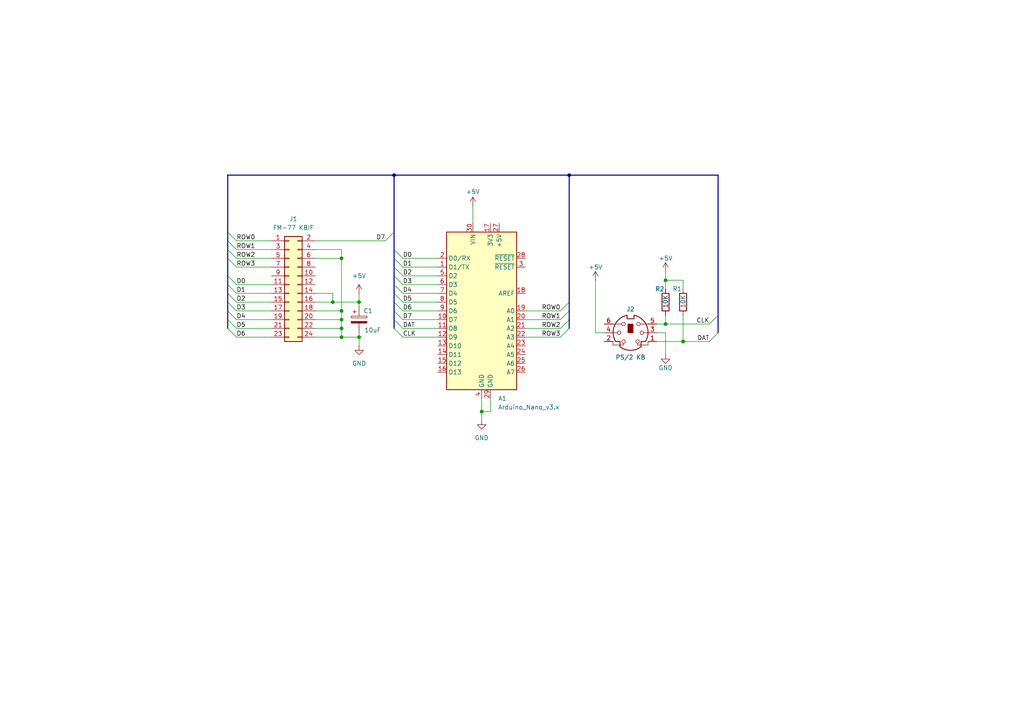
<source format=kicad_sch>
(kicad_sch (version 20231120) (generator "eeschema") (generator_version "8.0")
  (paper "A4")
  (lib_symbols
    (symbol "Connector:Mini-DIN-6" (pin_names (offset 1.016))
      (property "Reference" "J" (at 0 6.35 0))
      (property "Value" "Mini-DIN-6" (at 0 -6.35 0))
      (symbol "Mini-DIN-6_0_1"
        (circle (center -3.302 0) (radius 0.508))
        (arc (start -3.048 -4.064) (mid 0 -5.08) (end 3.048 -4.064) (stroke (width 0.254)))
        (circle (center -2.032 -2.54) (radius 0.508))
        (circle (center -2.032 2.54) (radius 0.508))
        (arc (start -1.016 5.08) (mid -4.6228 2.1214) (end -4.318 -2.54) (stroke (width 0.254)))
        (rectangle (start -0.762 2.54) (end 0.762 0) (fill (type outline)))
        (polyline (pts (xy -3.81 0) (xy -5.08 0)))
        (polyline (pts (xy -2.54 2.54) (xy -5.08 2.54)))
        (polyline (pts (xy 2.794 2.54) (xy 5.08 2.54)))
        (polyline (pts (xy 5.08 0) (xy 3.81 0)))
        (polyline (pts (xy -4.318 -2.54) (xy -3.048 -2.54) (xy -3.048 -4.064)) (stroke (width 0.254)))
        (polyline (pts (xy 4.318 -2.54) (xy 3.048 -2.54) (xy 3.048 -4.064)) (stroke (width 0.254)))
        (polyline (pts (xy -2.032 -3.048) (xy -2.032 -3.556) (xy -5.08 -3.556) (xy -5.08 -2.54)))
        (polyline (pts (xy -1.016 5.08) (xy -1.016 4.064) (xy 1.016 4.064) (xy 1.016 5.08)) (stroke (width 0.254)))
        (polyline (pts (xy 2.032 -3.048) (xy 2.032 -3.556) (xy 5.08 -3.556) (xy 5.08 -2.54)))
        (circle (center 2.032 -2.54) (radius 0.508))
        (circle (center 2.286 2.54) (radius 0.508))
        (circle (center 3.302 0) (radius 0.508))
        (arc (start 4.318 -2.54) (mid 4.6661 2.1322) (end 1.016 5.08) (stroke (width 0.254)))
      )
      (symbol "Mini-DIN-6_1_1"
        (pin passive line (at 7.62 -2.54 180) (length 2.54) (name "~") (number "1"))
        (pin passive line (at -7.62 -2.54 0) (length 2.54) (name "~") (number "2"))
        (pin passive line (at 7.62 0 180) (length 2.54) (name "~") (number "3"))
        (pin passive line (at -7.62 0 0) (length 2.54) (name "~") (number "4"))
        (pin passive line (at 7.62 2.54 180) (length 2.54) (name "~") (number "5"))
        (pin passive line (at -7.62 2.54 0) (length 2.54) (name "~") (number "6"))
      )
    )
    (symbol "Connector_Generic:Conn_02x12_Odd_Even" (pin_names (offset 1.016) hide)
      (property "Reference" "J" (at 1.27 15.24 0))
      (property "Value" "Conn_02x12_Odd_Even" (at 1.27 -17.78 0))
      (symbol "Conn_02x12_Odd_Even_1_1"
        (rectangle (start -1.27 -15.113) (end 0 -15.367) (stroke (width 0.1524)))
        (rectangle (start -1.27 -12.573) (end 0 -12.827) (stroke (width 0.1524)))
        (rectangle (start -1.27 -10.033) (end 0 -10.287) (stroke (width 0.1524)))
        (rectangle (start -1.27 -7.493) (end 0 -7.747) (stroke (width 0.1524)))
        (rectangle (start -1.27 -4.953) (end 0 -5.207) (stroke (width 0.1524)))
        (rectangle (start -1.27 -2.413) (end 0 -2.667) (stroke (width 0.1524)))
        (rectangle (start -1.27 0.127) (end 0 -0.127) (stroke (width 0.1524)))
        (rectangle (start -1.27 2.667) (end 0 2.413) (stroke (width 0.1524)))
        (rectangle (start -1.27 5.207) (end 0 4.953) (stroke (width 0.1524)))
        (rectangle (start -1.27 7.747) (end 0 7.493) (stroke (width 0.1524)))
        (rectangle (start -1.27 10.287) (end 0 10.033) (stroke (width 0.1524)))
        (rectangle (start -1.27 12.827) (end 0 12.573) (stroke (width 0.1524)))
        (rectangle (start -1.27 13.97) (end 3.81 -16.51) (stroke (width 0.254)) (fill (type background)))
        (rectangle (start 3.81 -15.113) (end 2.54 -15.367) (stroke (width 0.1524)))
        (rectangle (start 3.81 -12.573) (end 2.54 -12.827) (stroke (width 0.1524)))
        (rectangle (start 3.81 -10.033) (end 2.54 -10.287) (stroke (width 0.1524)))
        (rectangle (start 3.81 -7.493) (end 2.54 -7.747) (stroke (width 0.1524)))
        (rectangle (start 3.81 -4.953) (end 2.54 -5.207) (stroke (width 0.1524)))
        (rectangle (start 3.81 -2.413) (end 2.54 -2.667) (stroke (width 0.1524)))
        (rectangle (start 3.81 0.127) (end 2.54 -0.127) (stroke (width 0.1524)))
        (rectangle (start 3.81 2.667) (end 2.54 2.413) (stroke (width 0.1524)))
        (rectangle (start 3.81 5.207) (end 2.54 4.953) (stroke (width 0.1524)))
        (rectangle (start 3.81 7.747) (end 2.54 7.493) (stroke (width 0.1524)))
        (rectangle (start 3.81 10.287) (end 2.54 10.033) (stroke (width 0.1524)))
        (rectangle (start 3.81 12.827) (end 2.54 12.573) (stroke (width 0.1524)))
        (pin passive line (at -5.08 12.7 0) (length 3.81) (name "Pin_1") (number "1"))
        (pin passive line (at 7.62 2.54 180) (length 3.81) (name "Pin_10") (number "10"))
        (pin passive line (at -5.08 0 0) (length 3.81) (name "Pin_11") (number "11"))
        (pin passive line (at 7.62 0 180) (length 3.81) (name "Pin_12") (number "12"))
        (pin passive line (at -5.08 -2.54 0) (length 3.81) (name "Pin_13") (number "13"))
        (pin passive line (at 7.62 -2.54 180) (length 3.81) (name "Pin_14") (number "14"))
        (pin passive line (at -5.08 -5.08 0) (length 3.81) (name "Pin_15") (number "15"))
        (pin passive line (at 7.62 -5.08 180) (length 3.81) (name "Pin_16") (number "16"))
        (pin passive line (at -5.08 -7.62 0) (length 3.81) (name "Pin_17") (number "17"))
        (pin passive line (at 7.62 -7.62 180) (length 3.81) (name "Pin_18") (number "18"))
        (pin passive line (at -5.08 -10.16 0) (length 3.81) (name "Pin_19") (number "19"))
        (pin passive line (at 7.62 12.7 180) (length 3.81) (name "Pin_2") (number "2"))
        (pin passive line (at 7.62 -10.16 180) (length 3.81) (name "Pin_20") (number "20"))
        (pin passive line (at -5.08 -12.7 0) (length 3.81) (name "Pin_21") (number "21"))
        (pin passive line (at 7.62 -12.7 180) (length 3.81) (name "Pin_22") (number "22"))
        (pin passive line (at -5.08 -15.24 0) (length 3.81) (name "Pin_23") (number "23"))
        (pin passive line (at 7.62 -15.24 180) (length 3.81) (name "Pin_24") (number "24"))
        (pin passive line (at -5.08 10.16 0) (length 3.81) (name "Pin_3") (number "3"))
        (pin passive line (at 7.62 10.16 180) (length 3.81) (name "Pin_4") (number "4"))
        (pin passive line (at -5.08 7.62 0) (length 3.81) (name "Pin_5") (number "5"))
        (pin passive line (at 7.62 7.62 180) (length 3.81) (name "Pin_6") (number "6"))
        (pin passive line (at -5.08 5.08 0) (length 3.81) (name "Pin_7") (number "7"))
        (pin passive line (at 7.62 5.08 180) (length 3.81) (name "Pin_8") (number "8"))
        (pin passive line (at -5.08 2.54 0) (length 3.81) (name "Pin_9") (number "9"))
      )
    )
    (symbol "Device:C_Polarized" (pin_numbers hide) (pin_names (offset 0.254))
      (property "Reference" "C" (at 0.635 2.54 0))
      (property "Value" "C_Polarized" (at 0.635 -2.54 0))
      (symbol "C_Polarized_0_1"
        (rectangle (start -2.286 0.508) (end 2.286 1.016))
        (polyline (pts (xy -1.778 2.286) (xy -0.762 2.286)))
        (polyline (pts (xy -1.27 2.794) (xy -1.27 1.778)))
        (rectangle (start 2.286 -0.508) (end -2.286 -1.016) (fill (type outline)))
      )
      (symbol "C_Polarized_1_1"
        (pin passive line (at 0 3.81 270) (length 2.794) (name "~") (number "1"))
        (pin passive line (at 0 -3.81 90) (length 2.794) (name "~") (number "2"))
      )
    )
    (symbol "Device:R" (pin_numbers hide) (pin_names (offset 0))
      (property "Reference" "R" (at 2.032 0 90))
      (property "Value" "R" (at 0 0 90))
      (symbol "R_0_1"
        (rectangle (start -1.016 -2.54) (end 1.016 2.54) (stroke (width 0.254)))
      )
      (symbol "R_1_1"
        (pin passive line (at 0 3.81 270) (length 1.27) (name "~") (number "1"))
        (pin passive line (at 0 -3.81 90) (length 1.27) (name "~") (number "2"))
      )
    )
    (symbol "MCU_Module:Arduino_Nano_v3.x"
      (property "Reference" "A" (at -10.16 23.495 0))
      (property "Value" "Arduino_Nano_v3.x" (at 5.08 -24.13 0))
      (symbol "Arduino_Nano_v3.x_0_1"
        (rectangle (start -10.16 22.86) (end 10.16 -22.86) (stroke (width 0.254)) (fill (type background)))
      )
      (symbol "Arduino_Nano_v3.x_1_1"
        (pin bidirectional line (at -12.7 12.7 0) (length 2.54) (name "D1/TX") (number "1"))
        (pin bidirectional line (at -12.7 -2.54 0) (length 2.54) (name "D7") (number "10"))
        (pin bidirectional line (at -12.7 -5.08 0) (length 2.54) (name "D8") (number "11"))
        (pin bidirectional line (at -12.7 -7.62 0) (length 2.54) (name "D9") (number "12"))
        (pin bidirectional line (at -12.7 -10.16 0) (length 2.54) (name "D10") (number "13"))
        (pin bidirectional line (at -12.7 -12.7 0) (length 2.54) (name "D11") (number "14"))
        (pin bidirectional line (at -12.7 -15.24 0) (length 2.54) (name "D12") (number "15"))
        (pin bidirectional line (at -12.7 -17.78 0) (length 2.54) (name "D13") (number "16"))
        (pin power_out line (at 2.54 25.4 270) (length 2.54) (name "3V3") (number "17"))
        (pin input line (at 12.7 5.08 180) (length 2.54) (name "AREF") (number "18"))
        (pin bidirectional line (at 12.7 0 180) (length 2.54) (name "A0") (number "19"))
        (pin bidirectional line (at -12.7 15.24 0) (length 2.54) (name "D0/RX") (number "2"))
        (pin bidirectional line (at 12.7 -2.54 180) (length 2.54) (name "A1") (number "20"))
        (pin bidirectional line (at 12.7 -5.08 180) (length 2.54) (name "A2") (number "21"))
        (pin bidirectional line (at 12.7 -7.62 180) (length 2.54) (name "A3") (number "22"))
        (pin bidirectional line (at 12.7 -10.16 180) (length 2.54) (name "A4") (number "23"))
        (pin bidirectional line (at 12.7 -12.7 180) (length 2.54) (name "A5") (number "24"))
        (pin bidirectional line (at 12.7 -15.24 180) (length 2.54) (name "A6") (number "25"))
        (pin bidirectional line (at 12.7 -17.78 180) (length 2.54) (name "A7") (number "26"))
        (pin power_out line (at 5.08 25.4 270) (length 2.54) (name "+5V") (number "27"))
        (pin input line (at 12.7 15.24 180) (length 2.54) (name "~{RESET}") (number "28"))
        (pin power_in line (at 2.54 -25.4 90) (length 2.54) (name "GND") (number "29"))
        (pin input line (at 12.7 12.7 180) (length 2.54) (name "~{RESET}") (number "3"))
        (pin power_in line (at -2.54 25.4 270) (length 2.54) (name "VIN") (number "30"))
        (pin power_in line (at 0 -25.4 90) (length 2.54) (name "GND") (number "4"))
        (pin bidirectional line (at -12.7 10.16 0) (length 2.54) (name "D2") (number "5"))
        (pin bidirectional line (at -12.7 7.62 0) (length 2.54) (name "D3") (number "6"))
        (pin bidirectional line (at -12.7 5.08 0) (length 2.54) (name "D4") (number "7"))
        (pin bidirectional line (at -12.7 2.54 0) (length 2.54) (name "D5") (number "8"))
        (pin bidirectional line (at -12.7 0 0) (length 2.54) (name "D6") (number "9"))
      )
    )
    (symbol "power:+5V" (power) (pin_numbers hide) (pin_names (offset 0) hide)
      (property "Value" "+5V" (at 0 3.556 0))
      (symbol "+5V_0_1"
        (polyline (pts (xy -0.762 1.27) (xy 0 2.54)))
        (polyline (pts (xy 0 0) (xy 0 2.54)))
        (polyline (pts (xy 0 2.54) (xy 0.762 1.27)))
      )
      (symbol "+5V_1_1"
        (pin power_in line (at 0 0 90) (length 0) (name "~") (number "1"))
      )
    )
    (symbol "power:GND" (power) (pin_numbers hide) (pin_names (offset 0) hide)
      (property "Value" "GND" (at 0 -3.81 0))
      (symbol "GND_0_1"
        (polyline (pts (xy 0 0) (xy 0 -1.27) (xy 1.27 -1.27) (xy 0 -2.54) (xy -1.27 -1.27) (xy 0 -1.27)))
      )
      (symbol "GND_1_1"
        (pin power_in line (at 0 0 270) (length 0) (name "~") (number "1"))
      )
    )
  )
  (junction (at 104.14 87.63))
  (junction (at 99.06 90.17))
  (junction (at 99.06 95.25))
  (junction (at 99.06 92.71))
  (junction (at 96.52 87.63))
  (junction (at 193.04 93.98))
  (junction (at 99.06 74.93))
  (junction (at 198.12 99.06))
  (junction (at 193.04 81.28))
  (junction (at 104.14 97.79))
  (junction (at 139.7 119.38))
  (junction (at 99.06 97.79))
  (junction (at 165.1 50.8))
  (junction (at 114.3 50.8))
  (bus_entry (at 66.04 95.25) (size 2.54 2.54))
  (bus_entry (at 116.84 97.79) (size -2.54 -2.54))
  (bus_entry (at 165.1 87.63) (size -2.54 2.54))
  (bus_entry (at 165.1 95.25) (size -2.54 2.54))
  (bus_entry (at 116.84 74.93) (size -2.54 -2.54))
  (bus_entry (at 66.04 69.85) (size 2.54 2.54))
  (bus_entry (at 66.04 85.09) (size 2.54 2.54))
  (bus_entry (at 66.04 74.93) (size 2.54 2.54))
  (bus_entry (at 165.1 92.71) (size -2.54 2.54))
  (bus_entry (at 116.84 77.47) (size -2.54 -2.54))
  (bus_entry (at 111.76 69.85) (size 2.54 -2.54))
  (bus_entry (at 66.04 82.55) (size 2.54 2.54))
  (bus_entry (at 66.04 92.71) (size 2.54 2.54))
  (bus_entry (at 66.04 67.31) (size 2.54 2.54))
  (bus_entry (at 165.1 90.17) (size -2.54 2.54))
  (bus_entry (at 116.84 92.71) (size -2.54 -2.54))
  (bus_entry (at 205.74 99.06) (size 2.54 -2.54))
  (bus_entry (at 116.84 87.63) (size -2.54 -2.54))
  (bus_entry (at 116.84 95.25) (size -2.54 -2.54))
  (bus_entry (at 116.84 90.17) (size -2.54 -2.54))
  (bus_entry (at 116.84 82.55) (size -2.54 -2.54))
  (bus_entry (at 66.04 90.17) (size 2.54 2.54))
  (bus_entry (at 116.84 80.01) (size -2.54 -2.54))
  (bus_entry (at 116.84 85.09) (size -2.54 -2.54))
  (bus_entry (at 205.74 93.98) (size 2.54 -2.54))
  (bus_entry (at 66.04 80.01) (size 2.54 2.54))
  (bus_entry (at 66.04 87.63) (size 2.54 2.54))
  (bus_entry (at 66.04 72.39) (size 2.54 2.54))
  (wire (pts (xy 104.14 88.9) (xy 104.14 87.63)))
  (wire (pts (xy 116.84 95.25) (xy 127 95.25)))
  (wire (pts (xy 91.44 85.09) (xy 96.52 85.09)))
  (wire (pts (xy 193.04 93.98) (xy 205.74 93.98)))
  (wire (pts (xy 152.4 95.25) (xy 162.56 95.25)))
  (wire (pts (xy 99.06 74.93) (xy 99.06 90.17)))
  (bus (pts (xy 66.04 87.63) (xy 66.04 85.09)))
  (wire (pts (xy 193.04 91.44) (xy 193.04 93.98)))
  (wire (pts (xy 68.58 77.47) (xy 78.74 77.47)))
  (wire (pts (xy 142.24 119.38) (xy 139.7 119.38)))
  (wire (pts (xy 68.58 87.63) (xy 78.74 87.63)))
  (wire (pts (xy 172.72 96.52) (xy 175.26 96.52)))
  (wire (pts (xy 99.06 92.71) (xy 99.06 95.25)))
  (wire (pts (xy 91.44 95.25) (xy 99.06 95.25)))
  (wire (pts (xy 193.04 81.28) (xy 193.04 83.82)))
  (bus (pts (xy 114.3 72.39) (xy 114.3 74.93)))
  (wire (pts (xy 96.52 87.63) (xy 104.14 87.63)))
  (wire (pts (xy 99.06 95.25) (xy 99.06 97.79)))
  (bus (pts (xy 66.04 82.55) (xy 66.04 80.01)))
  (wire (pts (xy 198.12 91.44) (xy 198.12 99.06)))
  (bus (pts (xy 114.3 82.55) (xy 114.3 85.09)))
  (wire (pts (xy 193.04 78.74) (xy 193.04 81.28)))
  (bus (pts (xy 165.1 92.71) (xy 165.1 95.25)))
  (wire (pts (xy 91.44 72.39) (xy 99.06 72.39)))
  (wire (pts (xy 116.84 90.17) (xy 127 90.17)))
  (wire (pts (xy 116.84 97.79) (xy 127 97.79)))
  (wire (pts (xy 99.06 72.39) (xy 99.06 74.93)))
  (wire (pts (xy 116.84 92.71) (xy 127 92.71)))
  (wire (pts (xy 91.44 74.93) (xy 99.06 74.93)))
  (wire (pts (xy 68.58 95.25) (xy 78.74 95.25)))
  (wire (pts (xy 91.44 87.63) (xy 96.52 87.63)))
  (bus (pts (xy 114.3 80.01) (xy 114.3 82.55)))
  (wire (pts (xy 198.12 83.82) (xy 198.12 81.28)))
  (wire (pts (xy 139.7 115.57) (xy 139.7 119.38)))
  (wire (pts (xy 198.12 99.06) (xy 205.74 99.06)))
  (wire (pts (xy 152.4 97.79) (xy 162.56 97.79)))
  (wire (pts (xy 116.84 82.55) (xy 127 82.55)))
  (bus (pts (xy 66.04 74.93) (xy 66.04 72.39)))
  (bus (pts (xy 208.28 50.8) (xy 208.28 91.44)))
  (bus (pts (xy 114.3 50.8) (xy 114.3 67.31)))
  (wire (pts (xy 152.4 92.71) (xy 162.56 92.71)))
  (bus (pts (xy 114.3 50.8) (xy 165.1 50.8)))
  (wire (pts (xy 99.06 97.79) (xy 91.44 97.79)))
  (bus (pts (xy 114.3 87.63) (xy 114.3 90.17)))
  (bus (pts (xy 66.04 92.71) (xy 66.04 90.17)))
  (wire (pts (xy 116.84 87.63) (xy 127 87.63)))
  (wire (pts (xy 193.04 96.52) (xy 193.04 102.87)))
  (wire (pts (xy 172.72 81.28) (xy 172.72 96.52)))
  (bus (pts (xy 114.3 92.71) (xy 114.3 95.25)))
  (wire (pts (xy 91.44 69.85) (xy 111.76 69.85)))
  (wire (pts (xy 68.58 82.55) (xy 78.74 82.55)))
  (wire (pts (xy 104.14 96.52) (xy 104.14 97.79)))
  (bus (pts (xy 165.1 87.63) (xy 165.1 90.17)))
  (bus (pts (xy 165.1 50.8) (xy 208.28 50.8)))
  (wire (pts (xy 68.58 72.39) (xy 78.74 72.39)))
  (wire (pts (xy 193.04 93.98) (xy 190.5 93.98)))
  (wire (pts (xy 139.7 119.38) (xy 139.7 121.92)))
  (wire (pts (xy 116.84 77.47) (xy 127 77.47)))
  (bus (pts (xy 114.3 77.47) (xy 114.3 80.01)))
  (wire (pts (xy 104.14 85.09) (xy 104.14 87.63)))
  (wire (pts (xy 116.84 74.93) (xy 127 74.93)))
  (wire (pts (xy 142.24 115.57) (xy 142.24 119.38)))
  (bus (pts (xy 114.3 90.17) (xy 114.3 92.71)))
  (wire (pts (xy 68.58 90.17) (xy 78.74 90.17)))
  (wire (pts (xy 91.44 92.71) (xy 99.06 92.71)))
  (wire (pts (xy 152.4 90.17) (xy 162.56 90.17)))
  (wire (pts (xy 68.58 97.79) (xy 78.74 97.79)))
  (bus (pts (xy 66.04 67.31) (xy 66.04 50.8)))
  (bus (pts (xy 114.3 74.93) (xy 114.3 77.47)))
  (bus (pts (xy 66.04 69.85) (xy 66.04 67.31)))
  (bus (pts (xy 66.04 95.25) (xy 66.04 92.71)))
  (wire (pts (xy 96.52 85.09) (xy 96.52 87.63)))
  (bus (pts (xy 114.3 85.09) (xy 114.3 87.63)))
  (bus (pts (xy 165.1 50.8) (xy 165.1 87.63)))
  (wire (pts (xy 116.84 80.01) (xy 127 80.01)))
  (bus (pts (xy 66.04 80.01) (xy 66.04 74.93)))
  (wire (pts (xy 91.44 90.17) (xy 99.06 90.17)))
  (wire (pts (xy 193.04 81.28) (xy 198.12 81.28)))
  (wire (pts (xy 190.5 96.52) (xy 193.04 96.52)))
  (wire (pts (xy 99.06 90.17) (xy 99.06 92.71)))
  (bus (pts (xy 66.04 90.17) (xy 66.04 87.63)))
  (wire (pts (xy 137.16 59.69) (xy 137.16 64.77)))
  (wire (pts (xy 68.58 85.09) (xy 78.74 85.09)))
  (wire (pts (xy 104.14 97.79) (xy 104.14 100.33)))
  (bus (pts (xy 66.04 50.8) (xy 114.3 50.8)))
  (bus (pts (xy 165.1 90.17) (xy 165.1 92.71)))
  (bus (pts (xy 114.3 67.31) (xy 114.3 72.39)))
  (wire (pts (xy 68.58 69.85) (xy 78.74 69.85)))
  (bus (pts (xy 208.28 91.44) (xy 208.28 96.52)))
  (bus (pts (xy 66.04 85.09) (xy 66.04 82.55)))
  (wire (pts (xy 68.58 74.93) (xy 78.74 74.93)))
  (wire (pts (xy 190.5 99.06) (xy 198.12 99.06)))
  (wire (pts (xy 99.06 97.79) (xy 104.14 97.79)))
  (wire (pts (xy 68.58 92.71) (xy 78.74 92.71)))
  (bus (pts (xy 66.04 72.39) (xy 66.04 69.85)))
  (wire (pts (xy 116.84 85.09) (xy 127 85.09)))
  (label "ROW3" (at 162.56 97.79 180))
  (label "D4" (at 116.84 85.09 0))
  (label "ROW2" (at 162.56 95.25 180))
  (label "ROW0" (at 162.56 90.17 180))
  (label "ROW1" (at 162.56 92.71 180))
  (label "D2" (at 68.58 87.63 0))
  (label "DAT" (at 116.84 95.25 0))
  (label "D7" (at 111.76 69.85 180))
  (label "D3" (at 68.58 90.17 0))
  (label "D2" (at 116.84 80.01 0))
  (label "D4" (at 68.58 92.71 0))
  (label "D7" (at 116.84 92.71 0))
  (label "D1" (at 68.58 85.09 0))
  (label "D6" (at 68.58 97.79 0))
  (label "D1" (at 116.84 77.47 0))
  (label "CLK" (at 205.74 93.98 180))
  (label "ROW2" (at 68.58 74.93 0))
  (label "D3" (at 116.84 82.55 0))
  (label "D5" (at 116.84 87.63 0))
  (label "D6" (at 116.84 90.17 0))
  (label "CLK" (at 116.84 97.79 0))
  (label "ROW1" (at 68.58 72.39 0))
  (label "D0" (at 68.58 82.55 0))
  (label "D0" (at 116.84 74.93 0))
  (label "DAT" (at 205.74 99.06 180))
  (label "D5" (at 68.58 95.25 0))
  (label "ROW0" (at 68.58 69.85 0))
  (label "ROW3" (at 68.58 77.47 0))
  (symbol (lib_id "power:GND") (at 139.7 121.92 0) (unit 1)
    (property "Reference" "#PWR02" (effects (hide yes)))
    (property "Value" "GND" (at 139.7 127 0))
    (property "Description" "Power symbol creates a global label with name \"GND\" , ground" (effects (hide yes)))
  )
  (symbol (lib_id "power:+5V") (at 104.14 85.09 0) (unit 1)
    (property "Reference" "#PWR07" (effects (hide yes)))
    (property "Value" "+5V" (at 104.14 80.01 0))
    (property "Description" "Power symbol creates a global label with name \"+5V\"" (effects (hide yes)))
  )
  (symbol (lib_id "power:+5V") (at 137.16 59.69 0) (unit 1)
    (property "Reference" "#PWR01" (effects (hide yes)))
    (property "Value" "+5V" (at 137.16 55.626 0))
    (property "Description" "Power symbol creates a global label with name \"+5V\"" (effects (hide yes)))
  )
  (symbol (lib_id "Device:R") (at 198.12 87.63 0) (unit 1)
    (property "Reference" "R1" (at 195.072 83.82 0) (effects (justify left)))
    (property "Value" "10K" (at 198.12 89.408 90) (effects (justify left)))
    (property "Description" "Resistor" (effects (hide yes)))
  )
  (symbol (lib_id "power:GND") (at 193.04 102.87 0) (unit 1)
    (property "Reference" "#PWR03" (effects (hide yes)))
    (property "Value" "GND" (at 193.04 106.68 0))
    (property "Description" "Power symbol creates a global label with name \"GND\" , ground" (effects (hide yes)))
  )
  (symbol (lib_id "Connector_Generic:Conn_02x12_Odd_Even") (at 83.82 82.55 0) (unit 1)
    (property "Reference" "J1" (at 85.09 63.5 0))
    (property "Value" "FM-77 KBIF" (at 85.09 66.04 0))
    (property "Description" "Generic connector, double row, 02x12, odd/even pin numbering scheme (row 1 odd numbers, row 2 even numbers), script generated (kicad-library-utils/schlib/autogen/connector/)" (effects (hide yes)))
  )
  (symbol (lib_id "MCU_Module:Arduino_Nano_v3.x") (at 139.7 90.17 0) (unit 1)
    (property "Reference" "A1" (at 144.4341 115.57 0) (effects (justify left)))
    (property "Value" "Arduino_Nano_v3.x" (at 144.4341 118.11 0) (effects (justify left)))
    (property "Footprint" "Module:Arduino_Nano" (effects (hide yes)))
    (property "Datasheet" "http://www.mouser.com/pdfdocs/Gravitech_Arduino_Nano3_0.pdf" (effects (hide yes)))
    (property "Description" "Arduino Nano v3.x" (effects (hide yes)))
  )
  (symbol (lib_id "power:+5V") (at 193.04 78.74 0) (unit 1)
    (property "Reference" "#PWR04" (effects (hide yes)))
    (property "Value" "+5V" (at 193.04 74.93 0))
    (property "Description" "Power symbol creates a global label with name \"+5V\"" (effects (hide yes)))
  )
  (symbol (lib_id "Device:C_Polarized") (at 104.14 92.71 0) (unit 1)
    (property "Reference" "C1" (at 105.41 90.17 0) (effects (justify left)))
    (property "Value" "10uF" (at 105.664 95.758 0) (effects (justify left)))
    (property "Description" "Polarized capacitor" (effects (hide yes)))
  )
  (symbol (lib_id "power:GND") (at 104.14 100.33 0) (unit 1)
    (property "Reference" "#PWR06" (effects (hide yes)))
    (property "Value" "GND" (at 104.14 105.41 0))
    (property "Description" "Power symbol creates a global label with name \"GND\" , ground" (effects (hide yes)))
  )
  (symbol (lib_id "Connector:Mini-DIN-6") (at 182.88 96.52 0) (unit 1)
    (property "Reference" "J2" (at 182.88 89.662 0))
    (property "Value" "PS/2 KB" (at 182.88 103.632 0))
    (property "Datasheet" "http://service.powerdynamics.com/ec/Catalog17/Section%2011.pdf" (effects (hide yes)))
    (property "Description" "6-pin Mini-DIN connector" (effects (hide yes)))
  )
  (symbol (lib_id "power:+5V") (at 172.72 81.28 0) (unit 1)
    (property "Reference" "#PWR05" (effects (hide yes)))
    (property "Value" "+5V" (at 172.72 77.47 0))
    (property "Description" "Power symbol creates a global label with name \"+5V\"" (effects (hide yes)))
  )
  (symbol (lib_id "Device:R") (at 193.04 87.63 0) (unit 1)
    (property "Reference" "R2" (at 189.992 83.82 0) (effects (justify left)))
    (property "Value" "10K" (at 193.04 89.408 90) (effects (justify left)))
    (property "Description" "Resistor" (effects (hide yes)))
  )
)
</source>
